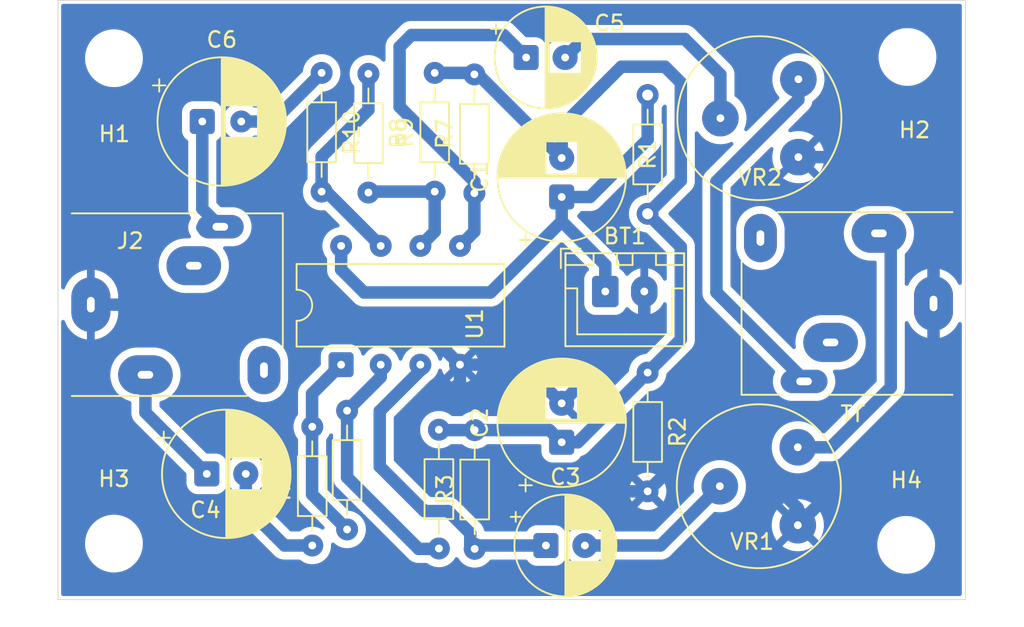
<source format=kicad_pcb>
(kicad_pcb (version 20241229) (generator "pcbnew") (generator_version "9.0")
  (layers (0 "F.Cu" signal) (2 "B.Cu" signal) (13 "F.Paste" user) (15 "B.Paste" user) (5 "F.SilkS" user "F.Silkscreen") (7 "B.SilkS" user "B.Silkscreen") (1 "F.Mask" user) (3 "B.Mask" user) (25 "Edge.Cuts" user))
  (net 0 "")
  (net 1 "+9V")
  (net 2 "GND")
  (net 3 "Net-(U1A-+)")
  (net 4 "Net-(C3-Pad2)")
  (net 5 "Net-(C4-Pad1)")
  (net 6 "Net-(C4-Pad2)")
  (net 7 "Net-(C5-Pad2)")
  (net 8 "Net-(U1B-+)")
  (net 9 "Net-(C6-Pad1)")
  (net 10 "Net-(C6-Pad2)")
  (net 11 "Net-(J1-PadT)")
  (net 12 "VCC")
  (net 13 "Net-(R4-Pad1)")
  (net 14 "Net-(U1A--)")
  (net 15 "Net-(U1B--)")
  (net 16 "Net-(R10-Pad2)")
  (net 19 "Net-(J1-PadR)")
  (footprint "Potentiometer_THT:Potentiometer_Piher_PT-10-V05_Vertical" (layer "F.Cu") (at 165.02 82.336 180)
    (property "Reference" "VR2" (at 2.46 -6.31 0) (layer "F.SilkS"))
    (property "Value" "10k")
    (pad "1" thru_hole circle (at 0 0 180) (size 2.34 2.34) (drill 0.5) (layers "*.Cu" "*.Mask") (net 19 "Net-(J1-PadR)"))
    (pad "2" thru_hole circle (at 5 -2.5 180) (size 2.34 2.34) (drill 0.5) (layers "*.Cu" "*.Mask") (net 7 "Net-(C5-Pad2)"))
    (pad "3" thru_hole circle (at 0 -5 180) (size 2.34 2.34) (drill 0.5) (layers "*.Cu" "*.Mask") (net 2 "GND"))
  )
  (footprint "MountingHole:MountingHole_3.2mm_M3" (layer "F.Cu") (at 121.134495 80.990351)
    (property "Reference" "H1" (at 0.023505 4.861649 0) (layer "F.SilkS"))
    (property "Value" "MountingHole")
    (pad "" np_thru_hole circle (at 0 0) (size 3.2 3.2) (drill 3.2) (layers "*.Cu" "*.Mask"))
  )
  (footprint "Package_DIP:CERDIP-8_W7.62mm_SideBrazed" (layer "F.Cu") (at 135.7 100.655 90)
    (property "Reference" "U1" (at 2.611 8.572 90) (layer "F.SilkS"))
    (property "Value" "NJM4558")
    (pad "1" thru_hole roundrect (at 0 0 90) (size 1.6 1.6) (drill 0.5) (layers "*.Cu" "*.Mask") (roundrect_rratio 0.15625) (net 13 "Net-(R4-Pad1)"))
    (pad "2" thru_hole circle (at 0 2.54 90) (size 1.4 1.4) (drill 0.5) (layers "*.Cu" "*.Mask") (net 14 "Net-(U1A--)"))
    (pad "3" thru_hole circle (at 0 5.08 90) (size 1.4 1.4) (drill 0.5) (layers "*.Cu" "*.Mask") (net 3 "Net-(U1A-+)"))
    (pad "4" thru_hole circle (at 0 7.62 90) (size 1.4 1.4) (drill 0.5) (layers "*.Cu" "*.Mask") (net 2 "GND"))
    (pad "5" thru_hole circle (at 7.62 7.62 90) (size 1.4 1.4) (drill 0.5) (layers "*.Cu" "*.Mask") (net 8 "Net-(U1B-+)"))
    (pad "6" thru_hole circle (at 7.62 5.08 90) (size 1.4 1.4) (drill 0.5) (layers "*.Cu" "*.Mask") (net 15 "Net-(U1B--)"))
    (pad "7" thru_hole circle (at 7.62 2.54 90) (size 1.4 1.4) (drill 0.5) (layers "*.Cu" "*.Mask") (net 16 "Net-(R10-Pad2)"))
    (pad "8" thru_hole circle (at 7.62 0 90) (size 1.4 1.4) (drill 0.5) (layers "*.Cu" "*.Mask") (net 1 "+9V"))
  )
  (footprint "Connector_JST:JST_XH_B2B-XH-A_1x02_P2.50mm_Vertical" (layer "F.Cu") (at 152.638852 95.958307)
    (property "Reference" "BT1" (at 1.25 -3.55 0) (layer "F.SilkS"))
    (property "Value" "Battery")
    (pad "1" thru_hole roundrect (at 0 0) (size 1.7 2) (drill 0.5) (layers "*.Cu" "*.Mask") (roundrect_rratio 0.147059) (net 1 "+9V"))
    (pad "2" thru_hole oval (at 2.5 0) (size 1.7 2) (drill 0.5) (layers "*.Cu" "*.Mask") (net 2 "GND"))
  )
  (footprint "Resistor_THT:R_Axial_DIN0204_L3.6mm_D1.6mm_P7.62mm_Horizontal" (layer "F.Cu") (at 144.243697 89.647669 90)
    (property "Reference" "R7" (at 3.81 -1.92 90) (layer "F.SilkS"))
    (property "Value" "10k")
    (pad "1" thru_hole circle (at 0 0 90) (size 1.4 1.4) (drill 0.5) (layers "*.Cu" "*.Mask") (net 8 "Net-(U1B-+)"))
    (pad "2" thru_hole circle (at 7.62 0 90) (size 1.4 1.4) (drill 0.5) (layers "*.Cu" "*.Mask") (net 12 "VCC"))
  )
  (footprint "MountingHole:MountingHole_3.2mm_M3" (layer "F.Cu") (at 171.933113 112.21668)
    (property "Reference" "H4" (at 0 -4.15 0) (layer "F.SilkS"))
    (property "Value" "MountingHole")
    (pad "" np_thru_hole circle (at 0 0) (size 3.2 3.2) (drill 3.2) (layers "*.Cu" "*.Mask"))
  )
  (footprint "Resistor_THT:R_Axial_DIN0204_L3.6mm_D1.6mm_P7.62mm_Horizontal" (layer "F.Cu") (at 155.354188 83.350346 -90)
    (property "Reference" "R1" (at 3.81 0 90) (layer "F.SilkS"))
    (property "Value" "4.7k")
    (pad "1" thru_hole circle (at 0 0 270) (size 1.4 1.4) (drill 0.7) (layers "*.Cu" "*.Mask") (net 1 "+9V"))
    (pad "2" thru_hole circle (at 7.62 0 270) (size 1.4 1.4) (drill 0.7) (layers "*.Cu" "*.Mask") (net 12 "VCC"))
  )
  (footprint "Capacitor_THT:CP_Radial_D8.0mm_P2.50mm" (layer "F.Cu") (at 126.797349 85.05)
    (property "Reference" "C6" (at 1.25 -5.25 0) (layer "F.SilkS"))
    (property "Value" "470uF")
    (pad "1" thru_hole roundrect (at 0 0) (size 1.6 1.6) (drill 0.5) (layers "*.Cu" "*.Mask") (roundrect_rratio 0.15625) (net 9 "Net-(C6-Pad1)"))
    (pad "2" thru_hole circle (at 2.5 0) (size 1.4 1.4) (drill 0.5) (layers "*.Cu" "*.Mask") (net 10 "Net-(C6-Pad2)"))
  )
  (footprint "Capacitor_THT:CP_Radial_D8.0mm_P2.50mm" (layer "F.Cu") (at 149.843032 105.633742 90)
    (property "Reference" "C2" (at 1.25 -5.25 90) (layer "F.SilkS"))
    (property "Value" "470uF")
    (pad "1" thru_hole roundrect (at 0 0 90) (size 1.6 1.6) (drill 0.5) (layers "*.Cu" "*.Mask") (roundrect_rratio 0.15625) (net 12 "VCC"))
    (pad "2" thru_hole circle (at 2.5 0 90) (size 1.6 1.6) (drill 0.5) (layers "*.Cu" "*.Mask") (net 2 "GND"))
  )
  (footprint "Resistor_THT:R_Axial_DIN0204_L3.6mm_D1.6mm_P7.62mm_Horizontal" (layer "F.Cu") (at 136.08309 111.227498 90)
    (property "Reference" "R4" (at 3.81 -4.92 90) (layer "F.SilkS"))
    (property "Value" "47k")
    (pad "1" thru_hole circle (at 0 0 90) (size 1.4 1.4) (drill 0.5) (layers "*.Cu" "*.Mask") (net 13 "Net-(R4-Pad1)"))
    (pad "2" thru_hole circle (at 7.62 0 90) (size 1.4 1.4) (drill 0.5) (layers "*.Cu" "*.Mask") (net 14 "Net-(U1A--)"))
  )
  (footprint "Resistor_THT:R_Axial_DIN0204_L3.6mm_D1.6mm_P7.62mm_Horizontal" (layer "F.Cu") (at 141.7 89.55 90)
    (property "Reference" "R9" (at 3.81 -1.92 90) (layer "F.SilkS"))
    (property "Value" "10k")
    (pad "1" thru_hole circle (at 0 0 90) (size 1.4 1.4) (drill 0.5) (layers "*.Cu" "*.Mask") (net 15 "Net-(U1B--)"))
    (pad "2" thru_hole circle (at 7.62 0 90) (size 1.4 1.4) (drill 0.5) (layers "*.Cu" "*.Mask") (net 12 "VCC"))
  )
  (footprint "Resistor_THT:R_Axial_DIN0204_L3.6mm_D1.6mm_P7.62mm_Horizontal" (layer "F.Cu") (at 141.96929 112.448501 90)
    (property "Reference" "R5" (hide yes))
    (property "Value" "10k")
    (pad "1" thru_hole circle (at 0 0 90) (size 1.4 1.4) (drill 0.5) (layers "*.Cu" "*.Mask") (net 14 "Net-(U1A--)"))
    (pad "2" thru_hole circle (at 7.62 0 90) (size 1.4 1.4) (drill 0.5) (layers "*.Cu" "*.Mask") (net 12 "VCC"))
  )
  (footprint "Resistor_THT:R_Axial_DIN0204_L3.6mm_D1.6mm_P7.62mm_Horizontal" (layer "F.Cu") (at 144.265132 112.47523 90)
    (property "Reference" "R3" (at 3.81 -1.92 90) (layer "F.SilkS"))
    (property "Value" "10k")
    (pad "1" thru_hole circle (at 0 0 90) (size 1.4 1.4) (drill 0.5) (layers "*.Cu" "*.Mask") (net 3 "Net-(U1A-+)"))
    (pad "2" thru_hole circle (at 7.62 0 90) (size 1.4 1.4) (drill 0.5) (layers "*.Cu" "*.Mask") (net 12 "VCC"))
  )
  (footprint "Resistor_THT:R_Axial_DIN0204_L3.6mm_D1.6mm_P7.62mm_Horizontal" (layer "F.Cu") (at 155.354188 101.162403 -90)
    (property "Reference" "R2" (at 3.81 -1.92 90) (layer "F.SilkS"))
    (property "Value" "4.7k")
    (pad "1" thru_hole circle (at 0 0 270) (size 1.4 1.4) (drill 0.5) (layers "*.Cu" "*.Mask") (net 12 "VCC"))
    (pad "2" thru_hole circle (at 7.62 0 270) (size 1.4 1.4) (drill 0.5) (layers "*.Cu" "*.Mask") (net 2 "GND"))
  )
  (footprint "Potentiometer_THT:Potentiometer_Piher_PT-10-V05_Vertical" (layer "F.Cu") (at 164.983559 105.955454 180)
    (property "Reference" "VR1" (at 2.931559 -6.058546 0) (layer "F.SilkS"))
    (property "Value" "10k")
    (pad "1" thru_hole circle (at 0 0 180) (size 2.34 2.34) (drill 0.5) (layers "*.Cu" "*.Mask") (net 11 "Net-(J1-PadT)"))
    (pad "2" thru_hole circle (at 5 -2.5 180) (size 2.34 2.34) (drill 0.5) (layers "*.Cu" "*.Mask") (net 4 "Net-(C3-Pad2)"))
    (pad "3" thru_hole circle (at 0 -5 180) (size 2.34 2.34) (drill 0.5) (layers "*.Cu" "*.Mask") (net 2 "GND"))
  )
  (footprint "Capacitor_THT:CP_Radial_D6.3mm_P2.50mm" (layer "F.Cu") (at 147.563478 80.943762)
    (property "Reference" "C5" (at 5.344522 -2.203762 0) (layer "F.SilkS"))
    (property "Value" "10uF")
    (pad "1" thru_hole roundrect (at 0 0) (size 1.6 1.6) (drill 0.5) (layers "*.Cu" "*.Mask") (roundrect_rratio 0.15625) (net 8 "Net-(U1B-+)"))
    (pad "2" thru_hole circle (at 2.5 0) (size 1.6 1.6) (drill 0.5) (layers "*.Cu" "*.Mask") (net 7 "Net-(C5-Pad2)"))
  )
  (footprint "Connector_Audio:Jack_3.5mm_CUI_SJ1-3515N_Horizontal" (layer "F.Cu") (at 173.684476 96.726946 180)
    (property "Reference" "J1" (at 5.2 -7 180) (layer "F.SilkS"))
    (property "Value" "IN")
    (pad "R" thru_hole oval (at 8.3 -5 180) (size 3 1.5) (drill oval 1 0.5) (layers "*.Cu" "*.Mask") (net 19 "Net-(J1-PadR)"))
    (pad "RN" thru_hole oval (at 6.6 -2.5 180) (size 3.5 2.5) (drill oval 1 0.5) (layers "*.Cu" "*.Mask"))
    (pad "S" thru_hole oval (at 0 0 90) (size 3.5 2.5) (drill oval 1 0.5) (layers "*.Cu" "*.Mask") (net 2 "GND"))
    (pad "T" thru_hole oval (at 3.5 4.5 180) (size 3.5 2.5) (drill oval 1 0.5) (layers "*.Cu" "*.Mask") (net 11 "Net-(J1-PadT)"))
    (pad "TN" thru_hole oval (at 11.1 4.2 270) (size 3.1 2.1) (drill oval 1 0.5) (layers "*.Cu" "*.Mask"))
  )
  (footprint "Resistor_THT:R_Axial_DIN0204_L3.6mm_D1.6mm_P7.62mm_Horizontal" (layer "F.Cu") (at 137.45 81.99 -90)
    (property "Reference" "R8" (at 3.81 -1.92 90) (layer "F.SilkS"))
    (property "Value" "47k")
    (pad "1" thru_hole circle (at 0 0 270) (size 1.4 1.4) (drill 0.5) (layers "*.Cu" "*.Mask") (net 16 "Net-(R10-Pad2)"))
    (pad "2" thru_hole circle (at 7.62 0 270) (size 1.4 1.4) (drill 0.5) (layers "*.Cu" "*.Mask") (net 15 "Net-(U1B--)"))
  )
  (footprint "MountingHole:MountingHole_3.2mm_M3" (layer "F.Cu") (at 121.134495 112.135467)
    (property "Reference" "H3" (at 0 -4.15 0) (layer "F.SilkS"))
    (property "Value" "MountingHole")
    (pad "" np_thru_hole circle (at 0 0) (size 3.2 3.2) (drill 3.2) (layers "*.Cu" "*.Mask"))
  )
  (footprint "Resistor_THT:R_Axial_DIN0204_L3.6mm_D1.6mm_P7.62mm_Horizontal" (layer "F.Cu") (at 134.45 81.93 -90)
    (property "Reference" "R10" (at 3.81 -1.92 270) (layer "F.SilkS"))
    (property "Value" "47")
    (pad "1" thru_hole circle (at 0 0 270) (size 1.4 1.4) (drill 0.5) (layers "*.Cu" "*.Mask") (net 10 "Net-(C6-Pad2)"))
    (pad "2" thru_hole circle (at 7.62 0 270) (size 1.4 1.4) (drill 0.5) (layers "*.Cu" "*.Mask") (net 16 "Net-(R10-Pad2)"))
  )
  (footprint "Capacitor_THT:CP_Radial_D8.0mm_P2.50mm" (layer "F.Cu") (at 149.843032 89.89388 90)
    (property "Reference" "C1" (at 1.25 -5.25 90) (layer "F.SilkS"))
    (property "Value" "470uF")
    (pad "1" thru_hole roundrect (at 0 0 90) (size 1.6 1.6) (drill 0.5) (layers "*.Cu" "*.Mask") (roundrect_rratio 0.15625) (net 1 "+9V"))
    (pad "2" thru_hole circle (at 2.5 0 90) (size 1.6 1.6) (drill 0.5) (layers "*.Cu" "*.Mask") (net 12 "VCC"))
  )
  (footprint "MountingHole:MountingHole_3.2mm_M3" (layer "F.Cu") (at 172.014326 80.909138)
    (property "Reference" "H2" (at 0.451674 4.688862 0) (layer "F.SilkS"))
    (property "Value" "MountingHole")
    (pad "" np_thru_hole circle (at 0 0) (size 3.2 3.2) (drill 3.2) (layers "*.Cu" "*.Mask"))
  )
  (footprint "Capacitor_THT:CP_Radial_D8.0mm_P2.50mm" (layer "F.Cu") (at 127.086649 107.661847)
    (property "Reference" "C4" (at -0.086649 2.320153 0) (layer "F.SilkS"))
    (property "Value" "470uF")
    (pad "1" thru_hole roundrect (at 0 0) (size 1.6 1.6) (drill 0.5) (layers "*.Cu" "*.Mask") (roundrect_rratio 0.15625) (net 5 "Net-(C4-Pad1)"))
    (pad "2" thru_hole circle (at 2.5 0) (size 1.6 1.6) (drill 0.5) (layers "*.Cu" "*.Mask") (net 6 "Net-(C4-Pad2)"))
  )
  (footprint "Capacitor_THT:CP_Radial_D6.3mm_P2.50mm" (layer "F.Cu") (at 148.830648 112.258898)
    (property "Reference" "C3" (at 1.25 -4.4 0) (layer "F.SilkS"))
    (property "Value" "10uF")
    (pad "1" thru_hole roundrect (at 0 0) (size 1.6 1.6) (drill 0.5) (layers "*.Cu" "*.Mask") (roundrect_rratio 0.15625) (net 3 "Net-(U1A-+)"))
    (pad "2" thru_hole circle (at 2.5 0) (size 1.6 1.6) (drill 0.5) (layers "*.Cu" "*.Mask") (net 4 "Net-(C3-Pad2)"))
  )
  (footprint "Resistor_THT:R_Axial_DIN0204_L3.6mm_D1.6mm_P7.62mm_Horizontal" (layer "F.Cu") (at 133.849588 112.258898 90)
    (property "Reference" "R6" (at 3.81 -1.92 90) (layer "F.SilkS"))
    (property "Value" "47")
    (pad "1" thru_hole circle (at 0 0 90) (size 1.4 1.4) (drill 0.5) (layers "*.Cu" "*.Mask") (net 6 "Net-(C4-Pad2)"))
    (pad "2" thru_hole circle (at 7.62 0 90) (size 1.4 1.4) (drill 0.5) (layers "*.Cu" "*.Mask") (net 13 "Net-(R4-Pad1)"))
  )
  (footprint "Connector_Audio:Jack_3.5mm_CUI_SJ1-3515N_Horizontal" (layer "F.Cu") (at 119.652387 96.804371)
    (property "Reference" "J2" (at 2.521613 -4.094371 0) (layer "F.SilkS"))
    (property "Value" "OUT")
    (pad "R" thru_hole oval (at 8.3 -5) (size 3 1.5) (drill oval 1 0.5) (layers "*.Cu" "*.Mask") (net 9 "Net-(C6-Pad1)"))
    (pad "RN" thru_hole oval (at 6.6 -2.5) (size 3.5 2.5) (drill oval 1 0.5) (layers "*.Cu" "*.Mask"))
    (pad "S" thru_hole oval (at 0 0 270) (size 3.5 2.5) (drill oval 1 0.5) (layers "*.Cu" "*.Mask") (net 2 "GND"))
    (pad "T" thru_hole oval (at 3.5 4.5) (size 3.5 2.5) (drill oval 1 0.5) (layers "*.Cu" "*.Mask") (net 5 "Net-(C4-Pad1)"))
    (pad "TN" thru_hole oval (at 11.1 4.2 90) (size 3.1 2.1) (drill oval 1 0.5) (layers "*.Cu" "*.Mask"))
  )
  (gr_rect (start 117.548 77.278) (end 175.726 115.726) (stroke (width 0.05)) (fill no) (layer "Edge.Cuts"))
  (segment (start 151.66012 89.89388) (end 155.354188 86.199812) (width 0.8) (layer "B.Cu") (net 1))
  (segment (start 152.638852 94.252788) (end 152.638852 95.958307) (width 0.8) (layer "B.Cu") (net 1))
  (segment (start 149.843032 89.89388) (end 151.66012 89.89388) (width 0.8) (layer "B.Cu") (net 1))
  (segment (start 135.7 93.035) (end 135.7 94.55) (width 0.8) (layer "B.Cu") (net 1))
  (segment (start 135.7 94.55) (end 137.172286 96.022286) (width 0.8) (layer "B.Cu") (net 1))
  (segment (start 145.277714 96.022286) (end 149.843032 91.456968) (width 0.8) (layer "B.Cu") (net 1))
  (segment (start 149.843032 91.456968) (end 152.638852 94.252788) (width 0.8) (layer "B.Cu") (net 1))
  (segment (start 137.172286 96.022286) (end 145.277714 96.022286) (width 0.8) (layer "B.Cu") (net 1))
  (segment (start 149.843032 91.456968) (end 149.843032 89.89388) (width 0.8) (layer "B.Cu") (net 1))
  (segment (start 155.354188 86.199812) (end 155.354188 83.350346) (width 0.8) (layer "B.Cu") (net 1))
  (segment (start 140.715 98.05) (end 135.2 98.05) (width 0.8) (layer "B.Cu") (net 2))
  (segment (start 139.954 104.021) (end 139.954 105.918) (width 0.8) (layer "B.Cu") (net 2))
  (segment (start 141.613 102.362) (end 139.954 104.021) (width 0.8) (layer "B.Cu") (net 2))
  (segment (start 143.32 100.655) (end 143.32 101.79) (width 0.8) (layer "B.Cu") (net 2))
  (segment (start 133.954371 96.804371) (end 119.652387 96.804371) (width 0.8) (layer "B.Cu") (net 2))
  (segment (start 143.32 101.79) (end 142.748 102.362) (width 0.8) (layer "B.Cu") (net 2))
  (segment (start 155.138852 97.837922) (end 149.843032 103.133742) (width 0.8) (layer "B.Cu") (net 2))
  (segment (start 165.02 87.336) (end 171.41 87.336) (width 0.8) (layer "B.Cu") (net 2))
  (segment (start 147.36429 100.655) (end 143.32 100.655) (width 0.8) (layer "B.Cu") (net 2))
  (segment (start 146.882403 108.782403) (end 155.354188 108.782403) (width 0.8) (layer "B.Cu") (net 2))
  (segment (start 173.736 89.662) (end 173.736 91.694) (width 0.8) (layer "B.Cu") (net 2))
  (segment (start 164.983559 109.865559) (end 161.036 105.918) (width 0.8) (layer "B.Cu") (net 2))
  (segment (start 173.684476 91.745524) (end 173.684476 96.726946) (width 0.8) (layer "B.Cu") (net 2))
  (segment (start 155.138852 95.958307) (end 155.138852 97.837922) (width 0.8) (layer "B.Cu") (net 2))
  (segment (start 139.954 105.918) (end 140.97 106.934) (width 0.8) (layer "B.Cu") (net 2))
  (segment (start 140.715 98.05) (end 143.32 100.655) (width 0.8) (layer "B.Cu") (net 2))
  (segment (start 158.218591 105.918) (end 155.354188 108.782403) (width 0.8) (layer "B.Cu") (net 2))
  (segment (start 145.034 106.934) (end 146.882403 108.782403) (width 0.8) (layer "B.Cu") (net 2))
  (segment (start 171.41 87.336) (end 173.736 89.662) (width 0.8) (layer "B.Cu") (net 2))
  (segment (start 173.736 91.694) (end 173.684476 91.745524) (width 0.8) (layer "B.Cu") (net 2))
  (segment (start 164.983559 110.955454) (end 164.983559 109.865559) (width 0.8) (layer "B.Cu") (net 2))
  (segment (start 161.036 105.918) (end 158.218591 105.918) (width 0.8) (layer "B.Cu") (net 2))
  (segment (start 173.684476 96.726946) (end 173.684476 102.254537) (width 0.8) (layer "B.Cu") (net 2))
  (segment (start 135.2 98.05) (end 133.954371 96.804371) (width 0.8) (layer "B.Cu") (net 2))
  (segment (start 149.843032 103.133742) (end 147.36429 100.655) (width 0.8) (layer "B.Cu") (net 2))
  (segment (start 142.748 102.362) (end 141.613 102.362) (width 0.8) (layer "B.Cu") (net 2))
  (segment (start 173.684476 102.254537) (end 164.983559 110.955454) (width 0.8) (layer "B.Cu") (net 2))
  (segment (start 140.97 106.934) (end 145.034 106.934) (width 0.8) (layer "B.Cu") (net 2))
  (segment (start 140.78 100.655) (end 140.78 101.028) (width 0.8) (layer "B.Cu") (net 3))
  (segment (start 142.557315 110.05) (end 143.979162 111.471847) (width 0.8) (layer "B.Cu") (net 3))
  (segment (start 144.481464 112.258898) (end 144.265132 112.47523) (width 0.8) (layer "B.Cu") (net 3))
  (segment (start 143.979162 111.471847) (end 143.979162 112.18926) (width 0.8) (layer "B.Cu") (net 3))
  (segment (start 140.78 101.028) (end 138.176 103.632) (width 0.8) (layer "B.Cu") (net 3))
  (segment (start 138.176 107.188) (end 141.038 110.05) (width 0.8) (layer "B.Cu") (net 3))
  (segment (start 143.979162 112.18926) (end 144.265132 112.47523) (width 0.8) (layer "B.Cu") (net 3))
  (segment (start 141.038 110.05) (end 142.557315 110.05) (width 0.8) (layer "B.Cu") (net 3))
  (segment (start 138.176 103.632) (end 138.176 107.188) (width 0.8) (layer "B.Cu") (net 3))
  (segment (start 148.830648 112.258898) (end 144.481464 112.258898) (width 0.8) (layer "B.Cu") (net 3))
  (segment (start 159.983559 108.455454) (end 156.180115 112.258898) (width 0.8) (layer "B.Cu") (net 4))
  (segment (start 156.180115 112.258898) (end 151.330648 112.258898) (width 0.8) (layer "B.Cu") (net 4))
  (segment (start 123.152387 103.727585) (end 127.086649 107.661847) (width 0.8) (layer "B.Cu") (net 5))
  (segment (start 123.152387 101.304371) (end 123.152387 103.727585) (width 0.8) (layer "B.Cu") (net 5))
  (segment (start 133.849588 112.258898) (end 132.070898 112.258898) (width 0.8) (layer "B.Cu") (net 6))
  (segment (start 129.586649 109.681351) (end 129.586649 107.661847) (width 0.8) (layer "B.Cu") (net 6))
  (segment (start 129.54 109.728) (end 129.586649 109.681351) (width 0.8) (layer "B.Cu") (net 6))
  (segment (start 132.070898 112.258898) (end 129.54 109.728) (width 0.8) (layer "B.Cu") (net 6))
  (segment (start 151.25124 79.756) (end 157.734 79.756) (width 0.8) (layer "B.Cu") (net 7))
  (segment (start 150.063478 80.943762) (end 151.25124 79.756) (width 0.8) (layer "B.Cu") (net 7))
  (segment (start 157.734 79.756) (end 160.02 82.042) (width 0.8) (layer "B.Cu") (net 7))
  (segment (start 160.02 82.042) (end 160.02 84.836) (width 0.8) (layer "B.Cu") (net 7))
  (segment (start 144.243697 89.647669) (end 144.243697 88.903697) (width 0.8) (layer "B.Cu") (net 8))
  (segment (start 144.243697 92.111303) (end 143.32 93.035) (width 0.8) (layer "B.Cu") (net 8))
  (segment (start 146.121716 79.502) (end 147.563478 80.943762) (width 0.8) (layer "B.Cu") (net 8))
  (segment (start 144.243697 88.903697) (end 139.45 84.11) (width 0.8) (layer "B.Cu") (net 8))
  (segment (start 144.243697 89.647669) (end 144.243697 92.111303) (width 0.8) (layer "B.Cu") (net 8))
  (segment (start 139.45 80.26) (end 140.208 79.502) (width 0.8) (layer "B.Cu") (net 8))
  (segment (start 139.45 84.11) (end 139.45 80.26) (width 0.8) (layer "B.Cu") (net 8))
  (segment (start 140.208 79.502) (end 146.121716 79.502) (width 0.8) (layer "B.Cu") (net 8))
  (segment (start 126.797349 91.847349) (end 126.8 91.85) (width 0.8) (layer "B.Cu") (net 9))
  (segment (start 126.797349 85.05) (end 126.797349 90.649333) (width 0.8) (layer "B.Cu") (net 9))
  (segment (start 126.797349 90.649333) (end 127.952387 91.804371) (width 0.8) (layer "B.Cu") (net 9))
  (segment (start 129.297349 85.05) (end 131.33 85.05) (width 0.8) (layer "B.Cu") (net 10))
  (segment (start 131.33 85.05) (end 134.45 81.93) (width 0.8) (layer "B.Cu") (net 10))
  (segment (start 164.983559 105.955454) (end 167.094546 105.955454) (width 0.8) (layer "B.Cu") (net 11))
  (segment (start 170.942 102.108) (end 170.942 92.98447) (width 0.8) (layer "B.Cu") (net 11))
  (segment (start 170.942 92.98447) (end 170.184476 92.226946) (width 0.8) (layer "B.Cu") (net 11))
  (segment (start 167.094546 105.955454) (end 170.942 102.108) (width 0.8) (layer "B.Cu") (net 11))
  (segment (start 141.950567 104.85523) (end 144.265132 104.85523) (width 0.8) (layer "B.Cu") (net 12))
  (segment (start 144.243697 82.027669) (end 144.476821 82.027669) (width 0.8) (layer "B.Cu") (net 12))
  (segment (start 157.48 88.844534) (end 155.354188 90.970346) (width 0.8) (layer "B.Cu") (net 12))
  (segment (start 153.67 81.534) (end 156.464 81.534) (width 0.8) (layer "B.Cu") (net 12))
  (segment (start 144.476821 82.027669) (end 149.843032 87.39388) (width 0.8) (layer "B.Cu") (net 12))
  (segment (start 157.48 93.096158) (end 157.48 99.036591) (width 0.8) (layer "B.Cu") (net 12))
  (segment (start 149.06452 104.85523) (end 149.843032 105.633742) (width 0.8) (layer "B.Cu") (net 12))
  (segment (start 156.464 81.534) (end 157.48 82.55) (width 0.8) (layer "B.Cu") (net 12))
  (segment (start 157.48 99.036591) (end 155.354188 101.162403) (width 0.8) (layer "B.Cu") (net 12))
  (segment (start 149.843032 85.360968) (end 153.67 81.534) (width 0.8) (layer "B.Cu") (net 12))
  (segment (start 144.265132 104.85523) (end 149.06452 104.85523) (width 0.8) (layer "B.Cu") (net 12))
  (segment (start 157.48 82.55) (end 157.48 88.844534) (width 0.8) (layer "B.Cu") (net 12))
  (segment (start 141.7 81.93) (end 144.146028 81.93) (width 0.8) (layer "B.Cu") (net 12))
  (segment (start 149.843032 87.02161) (end 149.843032 87.39388) (width 0.8) (layer "B.Cu") (net 12))
  (segment (start 150.882849 105.633742) (end 155.354188 101.162403) (width 0.8) (layer "B.Cu") (net 12))
  (segment (start 144.146028 81.93) (end 144.243697 82.027669) (width 0.8) (layer "B.Cu") (net 12))
  (segment (start 149.843032 87.39388) (end 149.843032 85.360968) (width 0.8) (layer "B.Cu") (net 12))
  (segment (start 149.843032 105.633742) (end 150.882849 105.633742) (width 0.8) (layer "B.Cu") (net 12))
  (segment (start 155.354188 90.970346) (end 157.48 93.096158) (width 0.8) (layer "B.Cu") (net 12))
  (segment (start 136.08309 111.227498) (end 133.838634 108.983042) (width 0.8) (layer "B.Cu") (net 13))
  (segment (start 133.838634 102.516366) (end 135.7 100.655) (width 0.8) (layer "B.Cu") (net 13))
  (segment (start 133.838634 108.983042) (end 133.838634 102.516366) (width 0.8) (layer "B.Cu") (net 13))
  (segment (start 136.08309 107.88909) (end 140.66923 112.47523) (width 0.8) (layer "B.Cu") (net 14))
  (segment (start 136.08309 103.607498) (end 136.08309 107.88909) (width 0.8) (layer "B.Cu") (net 14))
  (segment (start 138.24 101.450588) (end 136.08309 103.607498) (width 0.8) (layer "B.Cu") (net 14))
  (segment (start 138.24 100.655) (end 138.24 101.450588) (width 0.8) (layer "B.Cu") (net 14))
  (segment (start 140.66923 112.47523) (end 141.950567 112.47523) (width 0.8) (layer "B.Cu") (net 14))
  (segment (start 137.51 89.55) (end 137.45 89.61) (width 0.8) (layer "B.Cu") (net 15))
  (segment (start 141.7 89.55) (end 141.7 92.115) (width 0.8) (layer "B.Cu") (net 15))
  (segment (start 141.7 92.115) (end 140.78 93.035) (width 0.8) (layer "B.Cu") (net 15))
  (segment (start 141.7 89.55) (end 137.51 89.55) (width 0.8) (layer "B.Cu") (net 15))
  (segment (start 137.45 89.61) (end 137.45 89.705) (width 0.8) (layer "B.Cu") (net 15))
  (segment (start 137.45 84.3) (end 137.45 81.99) (width 0.8) (layer "B.Cu") (net 16))
  (segment (start 134.45 89.55) (end 134.45 87.3) (width 0.8) (layer "B.Cu") (net 16))
  (segment (start 134.45 89.55) (end 134.755 89.55) (width 0.8) (layer "B.Cu") (net 16))
  (segment (start 134.755 89.55) (end 138.24 93.035) (width 0.8) (layer "B.Cu") (net 16))
  (segment (start 134.45 87.3) (end 137.45 84.3) (width 0.8) (layer "B.Cu") (net 16))
  (segment (start 159.766 88.9) (end 165.02 83.646) (width 0.8) (layer "B.Cu") (net 19))
  (segment (start 165.384476 101.630476) (end 159.766 96.012) (width 0.8) (layer "B.Cu") (net 19))
  (segment (start 159.766 96.012) (end 159.766 88.9) (width 0.8) (layer "B.Cu") (net 19))
  (segment (start 165.02 83.646) (end 165.02 82.336) (width 0.8) (layer "B.Cu") (net 19))
  (segment (start 165.384476 101.726946) (end 165.384476 101.630476) (width 0.8) (layer "B.Cu") (net 19))
  (zone (net 2) (net_name "GND") (layer "B.Cu") (connect_pads (clearance 0.5)) (min_thickness 0.25) (fill yes (thermal_gap 0.5) (thermal_bridge_width 0.5))
    (polygon (pts (xy 117.5 77.5) (xy 175.5 77.5) (xy 175.5 115.5) (xy 117.5 115.5)))
  )
)
</source>
